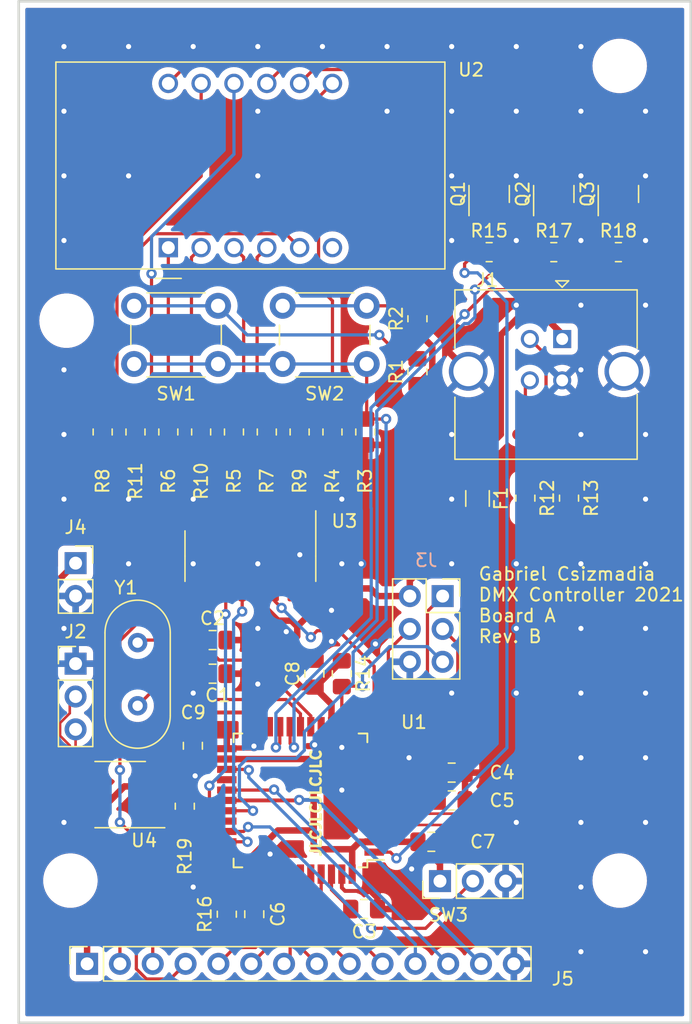
<source format=kicad_pcb>
(kicad_pcb (version 20210424) (generator pcbnew)
  (title_block (title "8 Channel DMX Controller Board 2") (rev "B") (comment 1 "Open source at GitHub: https://github.com/Gabriel-06/dmx-controller/") (comment 2 "Copyright 2021 Gabriel Csizmadia"))
  (layers (0 "F.Cu" signal) (31 "B.Cu" signal) (34 "B.Paste" user) (35 "F.Paste" user) (36 "B.SilkS" user "B.Silkscreen") (37 "F.SilkS" user "F.Silkscreen") (38 "B.Mask" user) (39 "F.Mask" user) (44 "Edge.Cuts" user))
  (net 0 "")
  (net 1 "Net-(C1-Pad1)")
  (net 2 "GND")
  (net 3 "Net-(C2-Pad1)")
  (net 4 "Net-(C3-Pad1)")
  (net 5 "Net-(C5-Pad1)")
  (net 6 "/XLR-")
  (net 7 "/XLR+")
  (net 8 "+5V")
  (net 9 "MISO")
  (net 10 "SCLK")
  (net 11 "RESET")
  (net 12 "A8")
  (net 13 "A0")
  (net 14 "A1")
  (net 15 "A2")
  (net 16 "A3")
  (net 17 "A4")
  (net 18 "A5")
  (net 19 "A6")
  (net 20 "A7")
  (net 21 "RCLK")
  (net 22 "MOSI")
  (net 23 "SRCLK")
  (net 24 "SER")
  (net 25 "Net-(F1-Pad1)")
  (net 26 "Net-(J1-Pad2)")
  (net 27 "A9")
  (net 28 "7SEG_B")
  (net 29 "Net-(J1-Pad3)")
  (net 30 "7SEG_D")
  (net 31 "Net-(R1-Pad2)")
  (net 32 "7SEG_F")
  (net 33 "Net-(R2-Pad2)")
  (net 34 "7SEG_DP")
  (net 35 "Net-(R4-Pad2)")
  (net 36 "7SEG_A")
  (net 37 "Net-(R5-Pad2)")
  (net 38 "7SEG_C")
  (net 39 "Net-(R6-Pad2)")
  (net 40 "7SEG_E")
  (net 41 "Net-(R7-Pad2)")
  (net 42 "7SEG_G")
  (net 43 "Net-(R8-Pad2)")
  (net 44 "Net-(R9-Pad2)")
  (net 45 "D+")
  (net 46 "D-")
  (net 47 "Net-(R10-Pad2)")
  (net 48 "Net-(R11-Pad2)")
  (net 49 "Net-(R16-Pad1)")
  (net 50 "CA3")
  (net 51 "Net-(SW3-Pad2)")
  (net 53 "CA2")
  (net 54 "CA1")
  (net 55 "Net-(U1-Pad12)")
  (net 57 "Net-(U1-Pad21)")
  (net 60 "Net-(Q1-Pad3)")
  (net 61 "Net-(Q2-Pad3)")
  (net 62 "Net-(Q3-Pad3)")
  (net 63 "Net-(Q1-Pad1)")
  (net 64 "Net-(Q2-Pad1)")
  (net 65 "Net-(Q3-Pad1)")
  (net 66 "Net-(R19-Pad1)")
  (footprint "MountingHole:MountingHole_3.2mm_M3" (layer "F.Cu") (at 210.5 129)
    (fp_text reference "H2" hide)
    (fp_text value "MountingHole")
  )
  (footprint "Package_TO_SOT_SMD:SOT-23" (layer "F.Cu") (at 205.4 138.9 90)
    (fp_text reference "Q2")
    (fp_text value "BC817")
  )
  (footprint "Capacitor_SMD:C_0805_2012Metric_Pad1.18x1.45mm_HandSolder" (layer "F.Cu") (at 186.875 176 90)
    (fp_text reference "C8")
    (fp_text value "100nF")
  )
  (footprint "Connector_PinSocket_2.54mm:PinSocket_1x14_P2.54mm_Vertical" (layer "F.Cu") (at 169.29 198.4375 90)
    (fp_text reference "J5")
    (fp_text value "Conn_01x14")
  )
  (footprint "Resistor_SMD:R_0805_2012Metric_Pad1.20x1.40mm_HandSolder" (layer "F.Cu") (at 189 176 -90)
    (fp_text reference "R14")
    (fp_text value "10k")
  )
  (footprint "Button_Switch_THT:SW_PUSH_6mm_H13mm" (layer "F.Cu") (at 190.925 152.05 180)
    (fp_text reference "SW2")
    (fp_text value "Down")
  )
  (footprint "Capacitor_SMD:C_0805_2012Metric_Pad1.18x1.45mm_HandSolder" (layer "F.Cu") (at 197.5 185.8)
    (fp_text reference "C5")
    (fp_text value "1uF")
  )
  (footprint "Connector_USB:USB_B_USB-B02" (layer "F.Cu") (at 206.05 150.1175)
    (fp_text reference "J1")
    (fp_text value "USB_B")
  )
  (footprint "Package_QFP:TQFP-44_10x10mm_P0.8mm" (layer "F.Cu") (at 185.8 185.8 180)
    (fp_text reference "U1")
    (fp_text value "ATmega32U4-A-Arduino")
  )
  (footprint "Capacitor_SMD:C_0805_2012Metric_Pad1.18x1.45mm_HandSolder" (layer "F.Cu") (at 182.225 194.6 -90)
    (fp_text reference "C6")
    (fp_text value "100nF")
  )
  (footprint "Package_SO:SOP-8_3.9x4.9mm_P1.27mm" (layer "F.Cu") (at 171.85 185.35 180)
    (fp_text reference "U4")
    (fp_text value "MAX485E")
  )
  (footprint "Resistor_SMD:R_0805_2012Metric_Pad1.20x1.40mm_HandSolder" (layer "F.Cu") (at 176.85 186.25 90)
    (fp_text reference "R19")
    (fp_text value "100")
  )
  (footprint "Display_7Segment:SP420401N" (layer "F.Cu") (at 175.575 143.05 90)
    (fp_text reference "U2")
    (fp_text value "SP420401N")
  )
  (footprint "Resistor_SMD:R_0805_2012Metric_Pad1.20x1.40mm_HandSolder" (layer "F.Cu") (at 173.035 157.306856 90)
    (fp_text reference "R11")
    (fp_text value "120")
  )
  (footprint "Resistor_SMD:R_0805_2012Metric_Pad1.20x1.40mm_HandSolder" (layer "F.Cu") (at 180.1 194.6 -90)
    (fp_text reference "R16")
    (fp_text value "10k")
  )
  (footprint "Resistor_SMD:R_0805_2012Metric_Pad1.20x1.40mm_HandSolder" (layer "F.Cu") (at 188.275 157.306856 90)
    (fp_text reference "R4")
    (fp_text value "120")
  )
  (footprint "Resistor_SMD:R_0805_2012Metric_Pad1.20x1.40mm_HandSolder" (layer "F.Cu") (at 194.85 152.65 90)
    (fp_text reference "R1")
    (fp_text value "9k")
  )
  (footprint "Resistor_SMD:R_0805_2012Metric_Pad1.20x1.40mm_HandSolder" (layer "F.Cu") (at 185.735 157.306856 90)
    (fp_text reference "R9")
    (fp_text value "120")
  )
  (footprint "Resistor_SMD:R_0805_2012Metric_Pad1.20x1.40mm_HandSolder" (layer "F.Cu") (at 180.655 157.306856 90)
    (fp_text reference "R5")
    (fp_text value "120")
  )
  (footprint "Resistor_SMD:R_0805_2012Metric_Pad1.20x1.40mm_HandSolder" (layer "F.Cu") (at 206.58 162.425 90)
    (fp_text reference "R13")
    (fp_text value "22")
  )
  (footprint "Capacitor_SMD:C_0805_2012Metric_Pad1.18x1.45mm_HandSolder" (layer "F.Cu") (at 179 173.4)
    (fp_text reference "C2")
    (fp_text value "22pf")
  )
  (footprint "MountingHole:MountingHole_3.2mm_M3" (layer "F.Cu") (at 210.5 192)
    (fp_text reference "H4" hide)
    (fp_text value "MountingHole")
  )
  (footprint "Package_TO_SOT_SMD:SOT-23" (layer "F.Cu") (at 200.4 138.9 90)
    (fp_text reference "Q1")
    (fp_text value "BC817")
  )
  (footprint "Resistor_SMD:R_0805_2012Metric_Pad1.20x1.40mm_HandSolder" (layer "F.Cu") (at 170.495 157.306856 90)
    (fp_text reference "R8")
    (fp_text value "120")
  )
  (footprint "Capacitor_SMD:C_0805_2012Metric_Pad1.18x1.45mm_HandSolder" (layer "F.Cu") (at 190.725 194.2)
    (fp_text reference "C3")
    (fp_text value "100nF")
  )
  (footprint "Resistor_SMD:R_0805_2012Metric_Pad1.20x1.40mm_HandSolder" (layer "F.Cu") (at 203.2 162.425 -90)
    (fp_text reference "R12")
    (fp_text value "22")
  )
  (footprint "Connector_PinSocket_2.54mm:PinSocket_1x02_P2.54mm_Vertical" (layer "F.Cu") (at 168.4 167.45)
    (fp_text reference "J4")
    (fp_text value "Battery")
  )
  (footprint "Crystal:Crystal_HC49-4H_Vertical" (layer "F.Cu") (at 173.2 178.48 90)
    (fp_text reference "Y1")
    (fp_text value "16MHz")
  )
  (footprint "MountingHole:MountingHole_3.2mm_M3" (layer "F.Cu") (at 168 192)
    (fp_text reference "H3" hide)
    (fp_text value "MountingHole")
  )
  (footprint "Resistor_SMD:R_0805_2012Metric_Pad1.20x1.40mm_HandSolder" (layer "F.Cu") (at 183.195 157.306856 90)
    (fp_text reference "R7")
    (fp_text value "120")
  )
  (footprint "Capacitor_SMD:C_0805_2012Metric_Pad1.18x1.45mm_HandSolder" (layer "F.Cu") (at 197.5 183.65)
    (fp_text reference "C4")
    (fp_text value "10uF")
  )
  (footprint "Capacitor_SMD:C_0805_2012Metric_Pad1.18x1.45mm_HandSolder" (layer "F.Cu") (at 179 176)
    (fp_text reference "C1")
    (fp_text value "22pf")
  )
  (footprint "Resistor_SMD:R_0805_2012Metric_Pad1.20x1.40mm_HandSolder" (layer "F.Cu") (at 178.115 157.306856 90)
    (fp_text reference "R10")
    (fp_text value "120")
  )
  (footprint "MountingHole:MountingHole_3.2mm_M3" (layer "F.Cu") (at 167.7 148.7)
    (fp_text reference "H1" hide)
    (fp_text value "MountingHole")
  )
  (footprint "Connector_PinHeader_2.54mm:PinHeader_1x03_P2.54mm_Vertical" (layer "F.Cu") (at 196.595 192.04 90)
    (fp_text reference "SW3")
    (fp_text value "Mode Switch")
  )
  (footprint "Resistor_SMD:R_0805_2012Metric_Pad1.20x1.40mm_HandSolder" (layer "F.Cu") (at 194.85 148.55 90)
    (fp_text reference "R2")
    (fp_text value "10k")
  )
  (footprint "Resistor_SMD:R_0805_2012Metric_Pad1.20x1.40mm_HandSolder" (layer "F.Cu") (at 205.4 143.4)
    (fp_text reference "R17")
    (fp_text value "4k")
  )
  (footprint "Resistor_SMD:R_0805_2012Metric_Pad1.20x1.40mm_HandSolder" (layer "F.Cu") (at 200.4 143.4)
    (fp_text reference "R15")
    (fp_text value "4k")
  )
  (footprint "Resistor_SMD:R_0805_2012Metric_Pad1.20x1.40mm_HandSolder" (layer "F.Cu") (at 210.4 143.4)
    (fp_text reference "R18")
    (fp_text value "4k")
  )
  (footprint "Connector_PinSocket_2.54mm:PinSocket_2x03_P2.54mm_Vertical" (layer "F.Cu") (at 196.8 170)
    (fp_text reference "J3")
    (fp_text value "ICSP")
  )
  (footprint "Button_Switch_THT:SW_PUSH_6mm_H13mm" (layer "F.Cu") (at 179.425 152.05 180)
    (fp_text reference "SW1")
    (fp_text value "Up")
  )
  (footprint "Resistor_SMD:R_0805_2012Metric_Pad1.20x1.40mm_HandSolder" (layer "F.Cu") (at 175.575 157.306856 90)
    (fp_text reference "R6")
    (fp_text value "120")
  )
  (footprint "Connector_PinHeader_2.54mm:PinHeader_1x03_P2.54mm_Vertical" (layer "F.Cu") (at 168.4 175.225)
    (fp_text reference "J2")
    (fp_text value "XLR5")
  )
  (footprint "Capacitor_SMD:C_0805_2012Metric_Pad1.18x1.45mm_HandSolder" (layer "F.Cu") (at 195.925 189)
    (fp_text reference "C7")
    (fp_text value "100nF")
  )
  (footprint "Fuse:Fuse_1206_3216Metric_Pad1.42x1.75mm_HandSolder" (layer "F.Cu") (at 199.5 162.45 -90)
    (fp_text reference "F1")
    (fp_text value "500mA")
  )
  (footprint "Package_SO:SOP-16_3.9x9.9mm_P1.27mm" (layer "F.Cu") (at 181.925 166.906856 -90)
    (fp_text reference "U3")
    (fp_text value "74HC595")
  )
  (footprint "Capacitor_SMD:C_0805_2012Metric_Pad1.18x1.45mm_HandSolder" (layer "F.Cu") (at 177.475 181.575 90)
    (fp_text reference "C9")
    (fp_text value "100nF")
  )
  (footprint "Package_TO_SOT_SMD:SOT-23" (layer "F.Cu") (at 210.4 138.9 90)
    (fp_text reference "Q3")
    (fp_text value "BC817")
  )
  (footprint "Resistor_SMD:R_0805_2012Metric_Pad1.20x1.40mm_HandSolder" (layer "F.Cu") (at 190.815 157.306856 -90)
    (fp_text reference "R3")
    (fp_text value "100k")
  )
  (gr_line (start 216 124) (end 216 203) (layer "Edge.Cuts") (width 0.2))
  (gr_line (start 216 203) (end 164 203) (layer "Edge.Cuts") (width 0.2))
  (gr_line (start 164 203) (end 164 124) (layer "Edge.Cuts") (width 0.2))
  (gr_line (start 164 124) (end 216 124) (layer "Edge.Cuts") (width 0.2))
  (gr_text "JLCJLCJLCJLC\n" (at 187 186 90) (layer "F.SilkS") (effects (font (size 0.8 0.8) (thickness 0.2))))
  (gr_text "Gabriel Csizmadia\nDMX Controller 2021\nBoard A\nRev. B" (at 199.491589 170.7) (layer "F.SilkS") (effects (font (size 1 1)) (justify left)))
  (segment (start 185.8 180.1) (end 185.8 179.1) (width 0.25) (layer "F.Cu") (net 1))
  (segment (start 184.7 178) (end 179.2375 178) (width 0.25) (layer "F.Cu") (net 1))
  (segment (start 175.68 176) (end 173.2 178.48) (width 0.25) (layer "F.Cu") (net 1))
  (segment (start 185.8 179.1) (end 184.7 178) (width 0.25) (layer "F.Cu") (net 1))
  (segment (start 177.9625 176.725) (end 177.9625 176) (width 0.25) (layer "F.Cu") (net 1))
  (segment (start 177.9625 176) (end 175.68 176) (width 0.25) (layer "F.Cu") (net 1))
  (segment (start 177.9625 176.03654) (end 177.9625 176.2) (width 0.25) (layer "F.Cu") (net 1))
  (segment (start 179.2375 178) (end 177.9625 176.725) (width 0.25) (layer "F.Cu") (net 1))
  (segment (start 186.7 181.7) (end 187.4 181) (width 0.3) (layer "F.Cu") (net 2))
  (segment (start 189 185.15) (end 189 185) (width 0.3) (layer "F.Cu") (net 2))
  (segment (start 191.5 186.6) (end 190.45 186.6) (width 0.3) (layer "F.Cu") (net 2))
  (segment (start 189.25 192.8) (end 191.1 192.8) (width 0.3) (layer "F.Cu") (net 2))
  (segment (start 174.475 185.985) (end 176.115 185.985) (width 0.3) (layer "F.Cu") (net 2))
  (segment (start 183.225978 189.95) (end 182.6 190.575978) (width 0.3) (layer "F.Cu") (net 2))
  (segment (start 191.7625 193.4625) (end 191.7625 194.2) (width 0.3) (layer "F.Cu") (net 2))
  (segment (start 182 181.8) (end 182.2 181.6) (width 0.3) (layer "F.Cu") (net 2))
  (segment (start 178.7375 181.8) (end 177.475 180.5375) (width 0.3) (layer "F.Cu") (net 2))
  (segment (start 186.875 174.825) (end 188.2 173.5) (width 0.3) (layer "F.Cu") (net 2))
  (segment (start 189 192.55) (end 189.25 192.8) (width 0.3) (layer "F.Cu") (net 2))
  (segment (start 190.45 186.6) (end 189 185.15) (width 0.3) (layer "F.Cu") (net 2))
  (segment (start 176.85 185.25) (end 176.85 184.7) (width 0.3) (layer "F.Cu") (net 2))
  (segment (start 187.4 181) (end 187.4 180.1) (width 0.3) (layer "F.Cu") (net 2))
  (segment (start 176.85 184.7) (end 177.65 183.9) (width 0.3) (layer "F.Cu") (net 2))
  (segment (start 176.115 185.985) (end 176.85 185.25) (width 0.3) (layer "F.Cu") (net 2))
  (segment (start 180.1 181.8) (end 182 181.8) (width 0.3) (layer "F.Cu") (net 2))
  (segment (start 183.45 189.95) (end 183.225978 189.95) (width 0.3) (layer "F.Cu") (net 2))
  (segment (start 180.1 181.8) (end 178.7375 181.8) (width 0.3) (layer "F.Cu") (net 2))
  (segment (start 189 191.5) (end 189 192.55) (width 0.3) (layer "F.Cu") (net 2))
  (segment (start 186.875 174.9625) (end 186.875 174.825) (width 0.3) (layer "F.Cu") (net 2))
  (segment (start 182.6 190.575978) (end 182.6 191.5) (width 0.3) (layer "F.Cu") (net 2))
  (segment (start 191.1 192.8) (end 191.7625 193.4625) (width 0.3) (layer "F.Cu") (net 2))
  (via (at 212.5 177.5) (size 0.8) (drill 0.4) (layers "F.Cu" "B.Cu") (net 2))
  (via (at 186.9 181.5) (size 0.8) (drill 0.4) (layers "F.Cu" "B.Cu") (net 2))
  (via (at 207.5 182.5) (size 0.8) (drill 0.4) (layers "F.Cu" "B.Cu") (net 2))
  (via (at 185.75 166.8) (size 0.8) (drill 0.4) (layers "F.Cu" "B.Cu") (net 2))
  (via (at 202.5 187.5) (size 0.8) (drill 0.4) (layers "F.Cu" "B.Cu") (net 2))
  (via (at 189 181.7) (size 0.8) (drill 0.4) (layers "F.Cu" "B.Cu") (net 2))
  (via (at 212.5 132.5) (size 0.8) (drill 0.4) (layers "F.Cu" "B.Cu") (net 2))
  (via (at 207.5 177.5) (size 0.8) (drill 0.4) (layers "F.Cu" "B.Cu") (net 2))
  (via (at 190.5 167.5) (size 0.8) (drill 0.4) (layers "F.Cu" "B.Cu") (net 2))
  (via (at 172.5 162.5) (size 0.8) (drill 0.4) (layers "F.Cu" "B.Cu") (net 2))
  (via (at 172.5 137.5) (size 0.8) (drill 0.4) (layers "F.Cu" "B.Cu") (net 2))
  (via (at 197.5 127.5) (size 0.8) (drill 0.4) (layers "F.Cu" "B.Cu") (net 2))
  (via (at 189 185) (size 0.8) (drill 0.4) (layers "F.Cu" "B.Cu") (net 2))
  (via (at 207.5 157.5) (size 0.8) (drill 0.4) (layers "F.Cu" "B.Cu") (net 2))
  (via (at 182.5 137.5) (size 0.8) (drill 0.4) (layers "F.Cu" "B.Cu") (net 2))
  (via (at 197.5 177.5) (size 0.8) (drill 0.4) (layers "F.Cu" "B.Cu") (net 2))
  (via (at 207.5 187.5) (size 0.8) (drill 0.4) (layers "F.Cu" "B.Cu") (net 2))
  (via (at 197.5 132.5) (size 0.8) (drill 0.4) (layers "F.Cu" "B.Cu") (net 2))
  (via (at 197.5 142.5) (size 0.8) (drill 0.4) (layers "F.Cu" "B.Cu") (net 2))
  (via (at 182.2 181.6) (size 0.8) (drill 0.4) (layers "F.Cu" "B.Cu") (net 2))
  (via (at 192.5 132.5) (size 0.8) (drill 0.4) (layers "F.Cu" "B.Cu") (net 2))
  (via (at 212.5 187.5) (size 0.8) (drill 0.4) (layers "F.Cu" "B.Cu") (net 2))
  (via (at 172.5 167.5) (size 0.8) (drill 0.4) (layers "F.Cu" "B.Cu") (net 2))
  (via (at 197.5 157.5) (size 0.8) (drill 0.4) (layers "F.Cu" "B.Cu") (net 2))
  (via (at 167.5 127.5) (size 0.8) (drill 0.4) (layers "F.Cu" "B.Cu") (net 2))
  (via (at 182.5 167.5) (size 0.8) (drill 0.4) (layers "F.Cu" "B.Cu") (net 2))
  (via (at 212.5 162.5) (size 0.8) (drill 0.4) (layers "F.Cu" "B.Cu") (net 2))
  (via (at 207.5 127.5) (size 0.8) (drill 0.4) (layers "F.Cu" "B.Cu") (net 2))
  (via (at 197.5 137.5) (size 0.8) (drill 0.4) (layers "F.Cu" "B.Cu") (net 2))
  (via (at 177.5 162.5) (size 0.8) (drill 0.4) (layers "F.Cu" "B.Cu") (net 2))
  (via (at 177.65 183.9) (size 0.8) (drill 0.4) (layers "F.Cu" "B.Cu") (net 2))
  (via (at 187.5 127.5) (size 0.8) (drill 0.4) (layers "F.Cu" "B.Cu") (net 2))
  (via (at 202.5 167.5) (size 0.8) (drill 0.4) (layers "F.Cu" "B.Cu") (net 2))
  (via (at 167.5 142.5) (size 0.8) (drill 0.4) (layers "F.Cu" "B.Cu") (net 2))
  (via (at 212.5 147.5) (size 0.8) (drill 0.4) (layers "F.Cu" "B.Cu") (net 2))
  (via (at 172.5 127.5) (size 0.8) (drill 0.4) (layers "F.Cu" "B.Cu") (net 2))
  (via (at 207.5 142.5) (size 0.8) (drill 0.4) (layers "F.Cu" "B.Cu") (net 2))
  (via (at 183.45 189.95) (size 0.8) (drill 0.4) (layers "F.Cu" "B.Cu") (net 2))
  (via (at 202.5 147.5) (size 0.8) (drill 0.4) (layers "F.Cu" "B.Cu") (net 2))
  (via (at 202.5 177.5) (size 0.8) (drill 0.4) (layers "F.Cu" "B.Cu") (net 2))
  (via (at 167.5 137.5) (size 0.8) (drill 0.4) (layers "F.Cu" "B.Cu") (net 2))
  (via (at 191.6 173.7) (size 0.8) (drill 0.4) (layers "F.Cu" "B.Cu") (net 2))
  (via (at 202.5 132.5) (size 0.8) (drill 0.4) (layers "F.Cu" "B.Cu") (net 2))
  (via (at 167.5 157.5) (size 0.8) (drill 0.4) (layers "F.Cu" "B.Cu") (net 2))
  (via (at 212.5 182.5) (size 0.8) (drill 0.4) (layers "F.Cu" "B.Cu") (net 2))
  (via (at 207.5 132.5) (size 0.8) (drill 0.4) (layers "F.Cu" "B.Cu") (net 2))
  (via (at 212.5 197.5) (size 0.8) (drill 0.4) (layers "F.Cu" "B.Cu") (net 2))
  (via (at 207.5 167.5) (size 0.8) (drill 0.4) (layers "F.Cu" "B.Cu") (net 2))
  (via (at 189 162.5) (size 0.8) (drill 0.4) (layers "F.Cu" "B.Cu") (net 2))
  (via (at 167.5 172.5) (size 0.8) (drill 0.4) (layers "F.Cu" "B.Cu") (net 2))
  (via (at 207.5 152.5) (size 0.8) (drill 0.4) (layers "F.Cu" "B.Cu") (net 2))
  (via (at 167.5 162.5) (size 0.8) (drill 0.4) (layers "F.Cu" "B.Cu") (net 2))
  (via (at 177.5 127.5) (size 0.8) (drill 0.4) (layers "F.Cu" "B.Cu") (net 2))
  (via (at 182.5 132.5) (size 0.8) (drill 0.4) (layers "F.Cu" "B.Cu") (net 2))
  (via (at 207.5 137.5) (size 0.8) (drill 0.4) (layers "F.Cu" "B.Cu") (net 2))
  (via (at 189 167.5) (size 0.8) (drill 0.4) (layers "F.Cu" "B.Cu") (net 2))
  (via (at 202.5 172.5) (size 0.8) (drill 0.4) (layers "F.Cu" "B.Cu") (net 2))
  (via (at 212.5 157.5) (size 0.8) (drill 0.4) (layers "F.Cu" "B.Cu") (net 2))
  (via (at 192.5 127.5) (size 0.8) (drill 0.4) (layers "F.Cu" "B.Cu") (net 2))
  (via (at 202.5 137.5) (size 0.8) (drill 0.4) (layers "F.Cu" "B.Cu") (net 2))
  (via (at 177.5 192.5) (size 0.8) (drill 0.4) (layers "F.Cu" "B.Cu") (net 2))
  (via (at 212.5 167.5) (size 0.8) (drill 0.4) (layers "F.Cu" "B.Cu") (net 2))
  (via (at 212.5 142.5) (size 0.8) (drill 0.4) (layers "F.Cu" "B.Cu") (net 2))
  (via (at 207.5 147.5) (size 0.8) (drill 0.4) (layers "F.Cu" "B.Cu") (net 2))
  (via (at 188.2 171.1) (size 0.8) (drill 0.4) (layers "F.Cu" "B.Cu") (net 2))
  (via (at 177.5 167.5) (size 0.8) (drill 0.4) (layers "F.Cu" "B.Cu") (net 2))
  (via (at 207.5 192.5) (size 0.8) (drill 0.4) (layers "F.Cu" "B.Cu") (net 2))
  (via (at 212.5 137.5) (size 0.8) (drill 0.4) (layers "F.Cu" "B.Cu") (net 2))
  (via (at 207.5 197.5) (size 0.8) (drill 0.4) (layers "F.Cu" "B.Cu") (net 2))
  (via (at 197.5 167.5) (size 0.8) (drill 0.4) (layers "F.Cu" "B.Cu") (net 2))
  (via (at 182.5 127.5) (size 0.8) (drill 0.4) (layers "F.Cu" "B.Cu") (net 2))
  (via (at 197.5 162.5) (size 0.8) (drill 0.4) (layers "F.Cu" "B.Cu") (net 2))
  (via (at 194.4 191.1) (size 0.8) (drill 0.4) (layers "F.Cu" "B.Cu") (net 2))
  (via (at 202.5 127.5) (size 0.8) (drill 0.4) (layers "F.Cu" "B.Cu") (net 2))
  (via (at 194.2 182.5) (size 0.8) (drill 0.4) (layers "F.Cu" "B.Cu") (net 2))
  (via (at 182.5 172.5) (size 0.8) (drill 0.4) (layers "F.Cu" "B.Cu") (net 2))
  (via (at 212.5 172.5) (size 0.8) (drill 0.4) (layers "F.Cu" "B.Cu") (net 2))
  (via (at 177.5 177.5) (size 0.8) (drill 0.4) (layers "F.Cu" "B.Cu") (net 2))
  (via (at 184.7 172.75) (size 0.8) (drill 0.4) (layers "F.Cu" "B.Cu") (net 2))
  (via (at 202.5 142.5) (size 0.8) (drill 0.4) (layers "F.Cu" "B.Cu") (net 2))
  (via (at 167.5 152.5) (size 0.8) (drill 0.4) (layers "F.Cu" "B.Cu") (net 2))
  (via (at 188.2 173.5) (size 0.8) (drill 0.4) (layers "F.Cu" "B.Cu") (net 2))
  (via (at 167.5 132.5) (size 0.8) (drill 0.4) (layers "F.Cu" "B.Cu") (net 2))
  (via (at 167.5 187.5) (size 0.8) (drill 0.4) (layers "F.Cu" "B.Cu") (net 2))
  (via (at 207.5 172.5) (size 0.8) (drill 0.4) (layers "F.Cu" "B.Cu") (net 2))
  (via (at 182.5 176.8) (size 0.8) (drill 0.4) (layers "F.Cu" "B.Cu") (net 2))
  (segment (start 177.9625 173.4) (end 179.51298 174.95048) (width 0.25) (layer "F.Cu") (net 3))
  (segment (start 173.4 173.4) (end 173.2 173.6) (width 0.25) (layer "F.Cu") (net 3))
  (segment (start 179.51298 174.95048) (end 182.286198 174.95048) (width 0.25) (layer "F.Cu") (net 3))
  (segment (start 182.286198 174.95048) (end 186.6 179.264282) (width 0.25) (layer "F.Cu") (net 3))
  (segment (start 177.9625 173.4) (end 173.4 173.4) (width 0.25) (layer "F.Cu") (net 3))
  (segment (start 186.6 179.264282) (end 186.6 180.1) (width 0.25) (layer "F.Cu") (net 3))
  (segment (start 188.2 192.7125) (end 189.6875 194.2) (width 0.25) (layer "F.Cu") (net 4))
  (segment (start 188.2 191.5) (end 188.2 192.7125) (width 0.25) (layer "F.Cu") (net 4))
  (segment (start 191.5 185.8) (end 196.4625 185.8) (width 0.25) (layer "F.Cu") (net 5))
  (segment (start 167.200489 179.808145) (end 167.95 179.058634) (width 0.2) (layer "F.Cu") (net 6))
  (segment (start 169.225 185.985) (end 168.60452 185.36452) (width 0.2) (layer "F.Cu") (net 6))
  (segment (start 168.05048 184.81048) (end 167.650489 184.410489) (width 0.2) (layer "F.Cu") (net 6))
  (segment (start 167.95 179.058634) (end 167.95 178.215) (width 0.2) (layer "F.Cu") (net 6))
  (segment (start 168.60452 185.36452) (end 168.33602 185.36452) (width 0.2) (layer "F.Cu") (net 6))
  (segment (start 168.05048 185.07898) (end 168.05048 184.81048) (width 0.2) (layer "F.Cu") (net 6))
  (segment (start 167.95 182.615828) (end 167.95 181.551366) (width 0.2) (layer "F.Cu") (net 6))
  (segment (start 168.33602 185.36452) (end 168.05048 185.07898) (width 0.2) (layer "F.Cu") (net 6))
  (segment (start 167.95 178.215) (end 168.4 177.765) (width 0.2) (layer "F.Cu") (net 6))
  (segment (start 167.650489 184.410489) (end 167.650489 182.915339) (width 0.2) (layer "F.Cu") (net 6))
  (segment (start 167.200489 180.801855) (end 167.200489 179.808145) (width 0.2) (layer "F.Cu") (net 6))
  (segment (start 167.650489 182.915339) (end 167.95 182.615828) (width 0.2) (layer "F.Cu") (net 6))
  (segment (start 167.95 181.551366) (end 167.200489 180.801855) (width 0.2) (layer "F.Cu") (net 6))
  (segment (start 168.356732 182.84548) (end 168.4 182.84548) (width 0.2) (layer "F.Cu") (net 7))
  (segment (start 169.225 184.715) (end 168.591397 184.715) (width 0.2) (layer "F.Cu") (net 7))
  (segment (start 168.10048 183.101732) (end 168.356732 182.84548) (width 0.2) (layer "F.Cu") (net 7))
  (segment (start 168.591397 184.715) (end 168.10048 184.224083) (width 0.2) (layer "F.Cu") (net 7))
  (segment (start 168.10048 184.224083) (end 168.10048 183.101732) (width 0.2) (layer "F.Cu") (net 7))
  (segment (start 168.4 182.84548) (end 168.4 180.305) (width 0.2) (layer "F.Cu") (net 7))
  (segment (start 188.2 181.401391) (end 188.2 180.1) (width 0.5) (layer "F.Cu") (net 8))
  (segment (start 181.8 190.375978) (end 184.051956 188.124022) (width 0.5) (layer "F.Cu") (net 8))
  (segment (start 196.595 192.04) (end 196.595 190.7075) (width 0.5) (layer "F.Cu") (net 8))
  (segment (start 187.001391 182.6) (end 188.2 181.401391) (width 0.5) (layer "F.Cu") (net 8))
  (segment (start 186.875 177.0375) (end 185.8625 177.0375) (width 0.5) (layer "F.Cu") (net 8))
  (segment (start 186.9625 177.0375) (end 189 175) (width 0.5) (layer "F.Cu") (net 8))
  (segment (start 195.99952 150.69952) (end 194.85 149.55) (width 0.5) (layer "F.Cu") (net 8))
  (segment (start 185.8625 177.0375) (end 185.075 176.25) (width 0.5) (layer "F.Cu") (net 8))
  (segment (start 185.075 176.25) (end 185.075 173.576391) (width 0.5) (layer "F.Cu") (net 8))
  (segment (start 186.824022 189.500978) (end 186.899022 189.575978) (width 0.5) (layer "F.Cu") (net 8))
  (segment (start 190.375978 189) (end 191.5 189) (width 0.5) (layer "F.Cu") (net 8))
  (segment (start 170.3 188.4) (end 170.3 188.33) (width 0.5) (layer "F.Cu") (net 8))
  (segment (start 172 194) (end 172 190.1) (width 0.5) (layer "F.Cu") (net 8))
  (segment (start 181.8 193.1375) (end 182.225 193.5625) (width 0.5) (layer "F.Cu") (net 8))
  (segment (start 186.37 169.406856) (end 191.206856 169.406856) (width 0.5) (layer "F.Cu") (net 8))
  (segment (start 174.475 184.715) (end 172.17492 184.715) (width 0.5) (layer "F.Cu") (net 8))
  (segment (start 172 190.1) (end 170.3 188.4) (width 0.5) (layer "F.Cu") (net 8))
  (segment (start 170.3 188.33) (end 169.225 187.255) (width 0.5) (layer "F.Cu") (net 8))
  (segment (start 196.4625 183.65) (end 199.5 180.6125) (width 0.5) (layer "F.Cu") (net 8))
  (segment (start 186.899022 189.575978) (end 189.8 189.575978) (width 0.5) (layer "F.Cu") (net 8))
  (segment (start 184.051956 188.124022) (end 186.824022 188.124022) (width 0.5) (layer "F.Cu") (net 8))
  (segment (start 199.5 163.9375) (end 194.9625 163.9375) (width 0.5) (layer "F.Cu") (net 8))
  (segment (start 174.475 184.715) (end 175.3725 184.715) (width 0.5) (layer "F.Cu") (net 8))
  (segment (start 186.824022 182.6) (end 186.824022 188.124022) (width 0.5) (layer "F.Cu") (net 8))
  (segment (start 168.81508 187.255) (end 169.225 187.255) (width 0.5) (layer "F.Cu") (net 8))
  (segment (start 186.824022 182.6) (end 187.001391 182.6) (width 0.5) (layer "F.Cu") (net 8))
  (segment (start 195.99952 152.50048) (end 195.99952 150.69952) (width 0.5) (layer "F.Cu") (net 8))
  (segment (start 182.56 170.406856) (end 184.053633 171.900489) (width 0.5) (layer "F.Cu") (net 8))
  (segment (start 166.650489 169.199511) (end 166.650489 185.090409) (width 0.5) (layer "F.Cu") (net 8))
  (segment (start 185.099511 171.900489) (end 185.549511 172.350489) (width 0.5) (layer "F.Cu") (net 8))
  (segment (start 191.5 185) (end 195.1125 185) (width 0.5) (layer "F.Cu") (net 8))
  (segment (start 172.17492 184.715) (end 169.63492 187.255) (width 0.5) (layer "F.Cu") (net 8))
  (segment (start 168.4 167.45) (end 166.650489 169.199511) (width 0.5) (layer "F.Cu") (net 8))
  (segment (start 169.29 198.4375) (end 169.29 196.71) (width 0.5) (layer "F.Cu") (net 8))
  (segment (start 185.075 173.576391) (end 185.549511 173.10188) (width 0.5) (layer "F.Cu") (net 8))
  (segment (start 194.85 164.05) (end 194.85 168.2075) (width 0.5) (layer "F.Cu") (net 8))
  (segment (start 191.206856 169.406856) (end 191.8 170) (width 0.5) (layer "F.Cu") (net 8))
  (segment (start 186.37 171.53) (end 186.37 169.406856) (width 0.5) (layer "F.Cu") (net 8))
  (segment (start 186.824022 182.6) (end 180.1 182.6) (width 0.5) (layer "F.Cu") (net 8))
  (segment (start 185.549511 173.10188) (end 185.549511 172.350489) (width 0.5) (layer "F.Cu") (net 8))
  (segment (start 196.595 190.7075) (end 194.8875 189) (width 0.5) (layer "F.Cu") (net 8))
  (segment (start 186.824022 188.124022) (end 186.824022 189.500978) (width 0.5) (layer "F.Cu") (net 8))
  (segment (start 194.26 170) (end 194.26 168.7975) (width 0.5) (layer "F.Cu") (net 8))
  (segment (start 177.4875 182.6) (end 177.475 182.6125) (width 0.5) (layer "F.Cu") (net 8))
  (segment (start 185.549511 172.350489) (end 186.37 171.53) (width 0.5) (layer "F.Cu") (net 8))
  (segment (start 169.63492 187.255) (end 169.225 187.255) (width 0.5) (layer "F.Cu") (net 8))
  (segment (start 188.2 180.1) (end 188.2 178.3625) (width 0.5) (layer "F.Cu") (net 8))
  (segment (start 166.650489 185.090409) (end 168.81508 187.255) (width 0.5) (layer "F.Cu") (net 8))
  (segment (start 191.5 189) (end 194.8875 189) (width 0.5) (layer "F.Cu") (net 8))
  (segment (start 194.26 168.7975) (end 194.85 168.2075) (width 0.5) (layer "F.Cu") (net 8))
  (segment (start 199.5 180.6125) (end 199.5 163.9375) (width 0.5) (layer "F.Cu") (net 8))
  (segment (start 194.9625 163.9375) (end 194.85 164.05) (width 0.5) (layer "F.Cu") (net 8))
  (segment (start 182.56 169.406856) (end 182.56 170.406856) (width 0.5) (layer "F.Cu") (net 8))
  (segment (start 186.875 177.0375) (end 186.9625 177.0375) (width 0.5) (layer "F.Cu") (net 8))
  (segment (start 191.8 170) (end 194.26 170) (width 0.5) (layer "F.Cu") (net 8))
  (segment (start 195.1125 185) (end 196.4625 183.65) (width 0.5) (layer "F.Cu") (net 8))
  (segment (start 189.8 191.5) (end 189.8 189.575978) (width 0.5) (layer "F.Cu") (net 8))
  (segment (start 194.85 153.65) (end 194.85 164.05) (width 0.5) (layer "F.Cu") (net 8))
  (segment (start 181.8 191.5) (end 181.8 193.1375) (width 0.5) (layer "F.Cu") (net 8))
  (segment (start 194.85 153.65) (end 195.99952 152.50048) (width 0.5) (layer "F.Cu") (net 8))
  (segment (start 169.29 196.71) (end 172 194) (width 0.5) (layer "F.Cu") (net 8))
  (segment (start 188.2 178.3625) (end 186.875 177.0375) (width 0.5) (layer "F.Cu") (net 8))
  (segment (start 175.3725 184.715) (end 177.475 182.6125) (width 0.5) (layer "F.Cu") (net 8))
  (segment (start 189.8 189.575978) (end 190.375978 189) (width 0.5) (layer "F.Cu") (net 8))
  (segment (start 180.1 182.6) (end 177.4875 182.6) (width 0.5) (layer "F.Cu") (net 8))
  (segment (start 184.053633 171.900489) (end 185.099511 171.900489) (width 0.5) (layer "F.Cu") (net 8))
  (segment (start 181.8 191.5) (end 181.8 190.375978) (width 0.5) (layer "F.Cu") (net 8))
  (segment (start 191.5 181.8) (end 191.5 180.6625) (width 0.25) (layer "F.Cu") (net 9))
  (segment (start 191.5 180.6625) (end 194.21 177.9525) (width 0.25) (layer "F.Cu") (net 9))
  (segment (start 195.625489 171.174511) (end 195.625489 176.537011) (width 0.25) (layer "F.Cu") (net 9))
  (segment (start 196.8 170) (end 195.625489 171.174511) (width 0.25) (layer "F.Cu") (net 9))
  (segment (start 195.625489 176.537011) (end 194.21 177.9525) (width 0.25) (layer "F.Cu") (net 9))
  (segment (start 196.8 172.54) (end 197.974511 173.714511) (width 0.25) (layer "F.Cu") (net 10))
  (segment (start 197.974511 176.000875) (end 193 180.975386) (width 0.25) (layer "F.Cu") (net 10))
  (segment (start 193 180.975386) (end 193 182.6625) (width 0.25) (layer "F.Cu") (net 10))
  (segment (start 193 182.6625) (end 192.2625 183.4) (width 0.25) (layer "F.Cu") (net 10))
  (segment (start 197.974511 173.714511) (end 197.974511 176.000875) (width 0.25) (layer "F.Cu") (net 10))
  (segment (start 192.2625 183.4) (end 191.5 183.4) (width 0.25) (layer "F.Cu") (net 10))
  (segment (start 189 177) (end 189 180.1) (width 0.25) (layer "F.Cu") (net 11))
  (segment (start 189.0375 176.9625) (end 189 177) (width 0.25) (layer "F.Cu") (net 11))
  (segment (start 190.6 176.9625) (end 189.0375 176.9625) (width 0.25) (layer "F.Cu") (net 11))
  (via (at 190.6 176.9625) (size 0.8) (drill 0.4) (layers "F.Cu" "B.Cu") (net 11))
  (segment (start 196.8 175.08) (end 195.625489 173.905489) (width 0.25) (layer "B.Cu") (net 11))
  (segment (start 190.6 176) (end 190.6 176.9625) (width 0.25) (layer "B.Cu") (net 11))
  (segment (start 195.625489 173.905489) (end 192.694511 173.905489) (width 0.25) (layer "B.Cu") (net 11))
  (segment (start 192.694511 173.905489) (end 190.6 176) (width 0.25) (layer "B.Cu") (net 11))
  (segment (start 180.1 185.8) (end 181.6375 185.8) (width 0.3) (layer "F.Cu") (net 12))
  (segment (start 185.6625 185.8) (end 185.7 185.7625) (width 0.3) (layer "F.Cu") (net 12))
  (segment (start 181.6375 185.8) (end 185.6625 185.8) (width 0.3) (layer "F.Cu") (net 12))
  (via (at 185.7 185.7625) (size 0.8) (drill 0.4) (layers "F.Cu" "B.Cu") (net 12))
  (segment (start 187.095 185.7625) (end 199.77 198.4375) (width 0.3) (layer "B.Cu") (net 12))
  (segment (start 185.7 185.7625) (end 187.095 185.7625) (width 0.3) (layer "B.Cu") (net 12))
  (segment (start 180.7125 197.175) (end 179.45 198.4375) (width 0.25) (layer "F.Cu") (net 13))
  (segment (start 182.319566 197.175) (end 180.7125 197.175) (width 0.25) (layer "F.Cu") (net 13))
  (segment (start 183.4 196.094566) (end 182.319566 197.175) (width 0.25) (layer "F.Cu") (net 13))
  (segment (start 183.4 191.5) (end 183.4 196.094566) (width 0.25) (layer "F.Cu") (net 13))
  (segment (start 181.99 198.4375) (end 184.2 196.2275) (width 0.25) (layer "F.Cu") (net 14))
  (segment (start 184.2 196.2275) (end 184.2 191.5) (width 0.25) (layer "F.Cu") (net 14))
  (segment (start 184.53 198.4375) (end 185 197.9675) (width 0.25) (layer "F.Cu") (net 15))
  (segment (start 185 197.9675) (end 185 191.5) (width 0.25) (layer "F.Cu") (net 15))
  (segment (start 187.07 198.4375) (end 185.8 197.1675) (width 0.25) (layer "F.Cu") (net 16))
  (segment (start 185.8 197.1675) (end 185.8 191.5) (width 0.25) (layer "F.Cu") (net 16))
  (segment (start 186.6 195.4275) (end 186.6 191.5) (width 0.25) (layer "F.Cu") (net 17))
  (segment (start 189.61 198.4375) (end 186.6 195.4275) (width 0.25) (layer "F.Cu") (net 17))
  (segment (start 192.15 198.4375) (end 187.4 193.6875) (width 0.25) (layer "F.Cu") (net 18))
  (segment (start 187.4 193.6875) (end 187.4 191.5) (width 0.25) (layer "F.Cu") (net 18))
  (segment (start 180.1 183.4) (end 181.7505 183.4) (width 0.25) (layer "F.Cu") (net 19))
  (segment (start 181.7505 183.4) (end 181.8 183.4495) (width 0.25) (layer "F.Cu") (net 19))
  (via (at 181.8 183.4495) (size 0.8) (drill 0.4) (layers "F.Cu" "B.Cu") (net 19))
  (segment (start 194.69 196.922114) (end 194.69 198.4375) (width 0.25) (layer "B.Cu") (net 19))
  (segment (start 181.8 184.032114) (end 194.69 196.922114) (width 0.25) (layer "B.Cu") (net 19))
  (segment (start 181.8 183.4495) (end 181.8 184.032114) (width 0.25) (layer "B.Cu") (net 19))
  (segment (start 180.1 185) (end 183.7175 185) (width 0.25) (layer "F.Cu") (net 20))
  (segment (start 183.7175 185) (end 183.755 184.9625) (width 0.25) (layer "F.Cu") (net 20))
  (via (at 183.755 184.9625) (size 0.8) (drill 0.4) (layers "F.Cu" "B.Cu") (net 20))
  (segment (start 183.755 184.9625) (end 197.23 198.4375) (width 0.25) (layer "B.Cu") (net 20))
  (segment (start 181.29 169.406856) (end 181.29 171.19) (width 0.25) (layer "F.Cu") (net 21))
  (segment (start 174.37 193.73) (end 179.1 189) (width 0.25) (layer "F.Cu") (net 21))
  (segment (start 181.7 189) (end 180.1 189) (width 0.25) (layer "F.Cu") (net 21))
  (segment (start 174.37 198.4375) (end 174.37 193.73) (width 0.25) (layer "F.Cu") (net 21))
  (segment (start 179.1 189) (end 180.1 189) (width 0.25) (layer "F.Cu") (net 21))
  (via (at 181.29 171.19) (size 0.8) (drill 0.4) (layers "F.Cu" "B.Cu") (net 21))
  (via (at 181.7 189) (size 0.8) (drill 0.4) (layers "F.Cu" "B.Cu") (net 21))
  (segment (start 181.7 189) (end 180.625969 187.925969) (width 0.25) (layer "B.Cu") (net 21))
  (segment (start 180.625969 171.854031) (end 181.29 171.19) (width 0.25) (layer "B.Cu") (net 21))
  (segment (start 180.625969 187.925969) (end 180.625969 171.854031) (width 0.25) (layer "B.Cu") (net 21))
  (segment (start 192.6 174.2) (end 194.26 172.54) (width 0.25) (layer "F.Cu") (net 22))
  (segment (start 191.5 182.6) (end 190.625978 182.6) (width 0.25) (layer "F.Cu") (net 22))
  (segment (start 190.399511 182.373533) (end 190.399511 180.762989) (width 0.25) (layer "F.Cu") (net 22))
  (segment (start 190.625978 182.6) (end 190.399511 182.373533) (width 0.25) (layer "F.Cu") (net 22))
  (segment (start 192.6 178.5625) (end 192.6 174.2) (width 0.25) (layer "F.Cu") (net 22))
  (segment (start 190.399511 180.762989) (end 192.6 178.5625) (width 0.25) (layer "F.Cu") (net 22))
  (segment (start 176.91 198.4375) (end 175.735489 199.612011) (width 0.25) (layer "F.Cu") (net 23))
  (segment (start 175.735489 199.612011) (end 173.883501 199.612011) (width 0.25) (layer "F.Cu") (net 23))
  (segment (start 179.215836 184.2) (end 178.753816 184.66202) (width 0.25) (layer "F.Cu") (net 23))
  (segment (start 173.1 198.82851) (end 173.1 192.8) (width 0.25) (layer "F.Cu") (net 23))
  (segment (start 178.753816 184.66202) (end 178.753816 186.96575) (width 0.25) (layer "F.Cu") (net 23))
  (segment (start 173.883501 199.612011) (end 173.1 198.82851) (width 0.25) (layer "F.Cu") (net 23))
  (segment (start 178.753816 186.96575) (end 173.1 192.619566) (width 0.25) (layer "F.Cu") (net 23))
  (segment (start 180.1 184.2) (end 179.215836 184.2) (width 0.25) (layer "F.Cu") (net 23))
  (segment (start 180.02 171.38) (end 180 171.4) (width 0.25) (layer "F.Cu") (net 23))
  (segment (start 180.02 169.406856) (end 180.02 171.38) (width 0.25) (layer "F.Cu") (net 23))
  (segment (start 173.1 192.619566) (end 173.1 192.8) (width 0.25) (layer "F.Cu") (net 23))
  (via (at 178.753816 184.66202) (size 0.8) (drill 0.4) (layers "F.Cu" "B.Cu") (net 23))
  (via (at 180 171.4) (size 0.8) (drill 0.4) (layers "F.Cu" "B.Cu") (net 23))
  (segment (start 180 183.415836) (end 178.753816 184.66202) (width 0.25) (layer "B.Cu") (net 23))
  (segment (start 180 171.4) (end 180 183.415836) (width 0.25) (layer "B.Cu") (net 23))
  (segment (start 172.65048 188.31548) (end 172.65048 195.3) (width 0.25) (layer "F.Cu") (net 24))
  (segment (start 175.873555 169.406856) (end 177.48 169.406856) (width 0.25) (layer "F.Cu") (net 24))
  (segment (start 171.83 183.445) (end 171.83 173.450411) (width 0.25) (layer "F.Cu") (net 24))
  (segment (start 172.65048 195.3) (end 171.83 196.12048) (width 0.25) (layer "F.Cu") (net 24))
  (segment (start 171.83 196.12048) (end 171.83 198.4375) (width 0.25) (layer "F.Cu") (net 24))
  (segment (start 171.83 173.450411) (end 175.873555 169.406856) (width 0.25) (layer "F.Cu") (net 24))
  (segment (start 171.83 187.495) (end 172.65048 188.31548) (width 0.25) (layer "F.Cu") (net 24))
  (via (at 171.83 183.445) (size 0.8) (drill 0.4) (layers "F.Cu" "B.Cu") (net 24))
  (via (at 171.83 187.495) (size 0.8) (drill 0.4) (layers "F.Cu" "B.Cu") (net 24))
  (segment (start 171.83 187.495) (end 171.83 183.445) (width 0.25) (layer "B.Cu") (net 24))
  (segment (start 199.5 160.9625) (end 199.5 159.3) (width 0.5) (layer "F.Cu") (net 25))
  (segment (start 199.5 159.3) (end 201.3 157.5) (width 0.5) (layer "F.Cu") (net 25))
  (segment (start 201.3 149.8) (end 202.6 148.5) (width 0.5) (layer "F.Cu") (net 25))
  (segment (start 201.3 157.5) (end 201.3 149.8) (width 0.5) (layer "F.Cu") (net 25))
  (segment (start 206.05 149.75) (end 206.05 150.1175) (width 0.5) (layer "F.Cu") (net 25))
  (segment (start 202.6 148.5) (end 204.8 148.5) (width 0.5) (layer "F.Cu") (net 25))
  (segment (start 204.8 148.5) (end 206.05 149.75) (width 0.5) (layer "F.Cu") (net 25))
  (segment (start 204.8 154.4) (end 206.58 156.18) (width 0.25) (layer "F.Cu") (net 26))
  (segment (start 204.8 151.3675) (end 204.8 154.4) (width 0.25) (layer "F.Cu") (net 26))
  (segment (start 206.58 156.18) (end 206.58 161.425) (width 0.25) (layer "F.Cu") (net 26))
  (segment (start 203.55 150.1175) (end 204.8 151.3675) (width 0.25) (layer "F.Cu") (net 26))
  (segment (start 182.125 186.6) (end 180.1 186.6) (width 0.25) (layer "F.Cu") (net 27))
  (segment (start 192.418144 156.306856) (end 192.425 156.3) (width 0.25) (layer "F.Cu") (net 27))
  (segment (start 190.925 156.196856) (end 190.815 156.306856) (width 0.25) (layer "F.Cu") (net 27))
  (segment (start 190.815 156.306856) (end 192.418144 156.306856) (width 0.25) (layer "F.Cu") (net 27))
  (segment (start 190.925 152.05) (end 190.925 156.196856) (width 0.25) (layer "F.Cu") (net 27))
  (via (at 192.425 156.3) (size 0.8) (drill 0.4) (layers "F.Cu" "B.Cu") (net 27))
  (via (at 182.125 186.6) (size 0.8) (drill 0.4) (layers "F.Cu" "B.Cu") (net 27))
  (segment (start 181.075489 183.149397) (end 181.674886 182.55) (width 0.25) (layer "B.Cu") (net 27))
  (segment (start 189.875489 174.349397) (end 192.425 171.799886) (width 0.25) (layer "B.Cu") (net 27))
  (segment (start 179.425 152.05) (end 184.425 152.05) (width 0.25) (layer "B.Cu") (net 27))
  (segment (start 182.125 186.6) (end 181.075489 185.550489) (width 0.25) (layer "B.Cu") (net 27))
  (segment (start 185.474614 182.55) (end 186.1 181.924614) (width 0.25) (layer "B.Cu") (net 27))
  (segment (start 181.075489 185.550489) (end 181.075489 183.149397) (width 0.25) (layer "B.Cu") (net 27))
  (segment (start 181.674886 182.55) (end 185.474614 182.55) (width 0.25) (layer "B.Cu") (net 27))
  (segment (start 189.875489 174.349397) (end 189.875489 176.724511) (width 0.25) (layer "B.Cu") (net 27))
  (segment (start 192.425 171.799886) (end 192.425 156.3) (width 0.25) (layer "B.Cu") (net 27))
  (segment (start 186.1 181.924614) (end 186.1 180.5) (width 0.25) (layer "B.Cu") (net 27))
  (segment (start 184.425 152.05) (end 190.925 152.05) (width 0.25) (layer "B.Cu") (net 27))
  (segment (start 172.925 152.05) (end 179.425 152.05) (width 0.25) (layer "B.Cu") (net 27))
  (segment (start 189.875489 176.724511) (end 186.1 180.5) (width 0.25) (layer "B.Cu") (net 27))
  (segment (start 186.37 162.751856) (end 186.37 164.406856) (width 0.25) (layer "F.Cu") (net 28))
  (segment (start 188.275 158.306856) (end 188.275 160.846856) (width 0.25) (layer "F.Cu") (net 28))
  (segment (start 188.275 160.846856) (end 186.37 162.751856) (width 0.25) (layer "F.Cu") (net 28))
  (segment (start 203.790037 157.8) (end 203.5 157.8) (width 0.25) (layer "F.Cu") (net 29))
  (segment (start 203.2 153.6675) (end 203.55 153.3175) (width 0.25) (layer "F.Cu") (net 29))
  (segment (start 203.790037 156.6) (end 203.5 156.6) (width 0.25) (layer "F.Cu") (net 29))
  (segment (start 203.5 158.4) (end 203.790037 158.4) (width 0.25) (layer "F.Cu") (net 29))
  (segment (start 203.2 155.203537) (end 203.2 153.6675) (width 0.25) (layer "F.Cu") (net 29))
  (segment (start 203.5 157.8) (end 202.609963 157.8) (width 0.25) (layer "F.Cu") (net 29))
  (segment (start 203.2 157.2) (end 203.790037 157.2) (width 0.25) (layer "F.Cu") (net 29))
  (segment (start 202.609963 157.2) (end 203.2 157.2) (width 0.25) (layer "F.Cu") (net 29))
  (segment (start 203.2 156.3) (end 203.2 155.203537) (width 0.25) (layer "F.Cu") (net 29))
  (segment (start 203.2 161.425) (end 203.2 158.7) (width 0.25) (layer "F.Cu") (net 29))
  (arc (start 204.090037 156.9) (mid 204.002169 156.687868) (end 203.790037 156.6) (width 0.25) (layer "F.Cu") (net 29))
  (arc (start 203.790037 158.4) (mid 204.002169 158.312132) (end 204.090037 158.1) (width 0.25) (layer "F.Cu") (net 29))
  (arc (start 203.2 158.7) (mid 203.287868 158.487868) (end 203.5 158.4) (width 0.25) (layer "F.Cu") (net 29))
  (arc (start 203.5 156.6) (mid 203.287868 156.512132) (end 203.2 156.3) (width 0.25) (layer "F.Cu") (net 29))
  (arc (start 202.309963 157.5) (mid 202.397831 157.287868) (end 202.609963 157.2) (width 0.25) (layer "F.Cu") (net 29))
  (arc (start 204.090037 158.1) (mid 204.002169 157.887868) (end 203.790037 157.8) (width 0.25) (layer "F.Cu") (net 29))
  (arc (start 202.609963 157.8) (mid 202.397831 157.712132) (end 202.309963 157.5) (width 0.25) (layer "F.Cu") (net 29))
  (arc (start 203.790037 157.2) (mid 204.002169 157.112132) (end 204.090037 156.9) (width 0.25) (layer "F.Cu") (net 29))
  (segment (start 180.655 158.306856) (end 180.655 159.586856) (width 0.25) (layer "F.Cu") (net 30))
  (segment (start 180.655 159.586856) (end 183.83 162.761856) (width 0.25) (layer "F.Cu") (net 30))
  (segment (start 183.83 162.761856) (end 183.83 164.406856) (width 0.25) (layer "F.Cu") (net 30))
  (segment (start 191.9 149.8) (end 193.75 151.65) (width 0.25) (layer "F.Cu") (net 31))
  (segment (start 193.75 151.65) (end 194.85 151.65) (width 0.25) (layer "F.Cu") (net 31))
  (via (at 191.9 149.8) (size 0.8) (drill 0.4) (layers "F.Cu" "B.Cu") (net 31))
  (segment (start 179.425 147.55) (end 181.675 149.8) (width 0.25) (layer "B.Cu") (net 31))
  (segment (start 172.925 147.55) (end 179.425 147.55) (width 0.25) (layer "B.Cu") (net 31))
  (segment (start 181.675 149.8) (end 191.9 149.8) (width 0.25) (layer "B.Cu") (net 31))
  (segment (start 181.29 163.321856) (end 181.29 164.406856) (width 0.25) (layer "F.Cu") (net 32))
  (segment (start 175.575 158.306856) (end 176.275 158.306856) (width 0.25) (layer "F.Cu") (net 32))
  (segment (start 176.275 158.306856) (end 181.29 163.321856) (width 0.25) (layer "F.Cu") (net 32))
  (segment (start 190.925 147.55) (end 194.85 147.55) (width 0.25) (layer "F.Cu") (net 33))
  (segment (start 184.425 147.55) (end 190.925 147.55) (width 0.25) (layer "B.Cu") (net 33))
  (segment (start 184.45452 165.46048) (end 184.183624 165.731376) (width 0.25) (layer "F.Cu") (net 34))
  (segment (start 184.45452 159.566376) (end 184.45452 165.46048) (width 0.25) (layer "F.Cu") (net 34))
  (segment (start 178.75 165.381856) (end 178.75 164.406856) (width 0.25) (layer "F.Cu") (net 34))
  (segment (start 183.195 158.306856) (end 184.45452 159.566376) (width 0.25) (layer "F.Cu") (net 34))
  (segment (start 184.183624 165.731376) (end 179.09952 165.731376) (width 0.25) (layer "F.Cu") (net 34))
  (segment (start 179.09952 165.731376) (end 178.75 165.381856) (width 0.25) (layer "F.Cu") (net 34))
  (segment (start 187.200489 146.090489) (end 188.275 147.165) (width 0.25) (layer "F.Cu") (net 35))
  (segment (start 188.275 147.165) (end 188.275 156.306856) (width 0.25) (layer "F.Cu") (net 35))
  (segment (start 187.200489 131.424511) (end 188.275 130.35) (width 0.25) (layer "F.Cu") (net 35))
  (segment (start 187.200489 146.090489) (end 187.200489 131.424511) (width 0.25) (layer "F.Cu") (net 35))
  (segment (start 185.1 168.406856) (end 185.1 169.406856) (width 0.25) (layer "F.Cu") (net 36))
  (segment (start 170.495 158.306856) (end 170.495 159.1) (width 0.25) (layer "F.Cu") (net 36))
  (segment (start 183.2 166.506856) (end 185.1 168.406856) (width 0.25) (layer "F.Cu") (net 36))
  (segment (start 170.495 159.1) (end 177.901856 166.506856) (width 0.25) (layer "F.Cu") (net 36))
  (segment (start 185.1 169.406856) (end 185.075 169.406856) (width 0.25) (layer "F.Cu") (net 36))
  (segment (start 177.901856 166.506856) (end 183.2 166.506856) (width 0.25) (layer "F.Cu") (net 36))
  (segment (start 180.8 156.161856) (end 180.655 156.306856) (width 0.25) (layer "F.Cu") (net 37))
  (segment (start 178.115 143.05) (end 177.365 143.8) (width 0.25) (layer "F.Cu") (net 37))
  (segment (start 177.365 153.016856) (end 180.655 156.306856) (width 0.25) (layer "F.Cu") (net 37))
  (segment (start 180.655 156.306856) (end 180.749511 156.212345) (width 0.25) (layer "F.Cu") (net 37))
  (segment (start 177.365 143.8) (end 177.365 153.016856) (width 0.25) (layer "F.Cu") (net 37))
  (segment (start 185.735 160.946856) (end 185.1 161.581856) (width 0.25) (layer "F.Cu") (net 38))
  (segment (start 185.735 158.306856) (end 185.735 160.946856) (width 0.25) (layer "F.Cu") (net 38))
  (segment (start 185.1 161.581856) (end 185.1 164.406856) (width 0.25) (layer "F.Cu") (net 38))
  (segment (start 174.275 145.065) (end 174.275 155.006856) (width 0.25) (layer "F.Cu") (net 39))
  (segment (start 174.275 155.006856) (end 175.575 156.306856) (width 0.25) (layer "F.Cu") (net 39))
  (via (at 174.275 145.065) (size 0.8) (drill 0.4) (layers "F.Cu" "B.Cu") (net 39))
  (segment (start 174.275 142.200978) (end 180.655 135.820978) (width 0.25) (layer "B.Cu") (net 39))
  (segment (start 174.275 145.065) (end 174.275 142.200978) (width 0.25) (layer "B.Cu") (net 39))
  (segment (start 180.655 135.820978) (end 180.655 130.35) (width 0.25) (layer "B.Cu") (net 39))
  (segment (start 182.56 162.751856) (end 182.56 164.406856) (width 0.25) (layer "F.Cu") (net 40))
  (segment (start 178.115 158.306856) (end 182.56 162.751856) (width 0.25) (layer "F.Cu") (net 40))
  (segment (start 181.405 143.8) (end 181.405 154.516856) (width 0.25) (layer "F.Cu") (net 41))
  (segment (start 181.405 154.516856) (end 183.195 156.306856) (width 0.25) (layer "F.Cu") (net 41))
  (segment (start 180.655 143.05) (end 181.405 143.8) (width 0.25) (layer "F.Cu") (net 41))
  (segment (start 173.95952 159.231376) (end 175.99952 159.231376) (width 0.25) (layer "F.Cu") (net 42))
  (segment (start 175.99952 159.231376) (end 180.02 163.251856) (width 0.25) (layer "F.Cu") (net 42))
  (segment (start 180.02 163.251856) (end 180.02 164.406856) (width 0.25) (layer "F.Cu") (net 42))
  (segment (start 173.035 158.306856) (end 173.95952 159.231376) (width 0.25) (layer "F.Cu") (net 42))
  (segment (start 170.495 145.145) (end 170.495 156.306856) (width 0.25) (layer "F.Cu") (net 43))
  (segment (start 178.115 137.525) (end 178.115 130.35) (width 0.25) (layer "F.Cu") (net 43))
  (segment (start 170.495 145.145) (end 178.115 137.525) (width 0.25) (layer "F.Cu") (net 43))
  (segment (start 185.506856 156.306856) (end 185.735 156.306856) (width 0.25) (layer "F.Cu") (net 44))
  (segment (start 183.195 143.05) (end 182.445 143.8) (width 0.25) (layer "F.Cu") (net 44))
  (segment (start 182.445 153.016856) (end 185.735 156.306856) (width 0.25) (layer "F.Cu") (net 44))
  (segment (start 182.445 143.8) (end 182.445 153.016856) (width 0.25) (layer "F.Cu") (net 44))
  (segment (start 192.45 187.4) (end 193.02548 186.82452) (width 0.2) (layer "F.Cu") (net 45))
  (segment (start 203.2 182.73421) (end 203.2 173.5) (width 0.2) (layer "F.Cu") (net 45))
  (segment (start 203.2 172.3) (end 203.2 170.248595) (width 0.2) (layer "F.Cu") (net 45))
  (segment (start 191.5 187.4) (end 192.45 187.4) (width 0.2) (layer "F.Cu") (net 45))
  (segment (start 199.10969 186.82452) (end 203.2 182.73421) (width 0.2) (layer "F.Cu") (net 45))
  (segment (start 193.02548 186.82452) (end 199.10969 186.82452) (width 0.2) (layer "F.Cu") (net 45))
  (segment (start 203.2 170.248595) (end 203.2 163.425) (width 0.2) (layer "F.Cu") (net 45))
  (segment (start 203.5 173.2) (end 203.806203 173.2) (width 0.2) (layer "F.Cu") (net 45))
  (segment (start 203.806203 172.6) (end 203.5 172.6) (width 0.2) (layer "F.Cu") (net 45))
  (arc (start 204.106203 172.9) (mid 204.018335 172.687868) (end 203.806203 172.6) (width 0.2) (layer "F.Cu") (net 45))
  (arc (start 203.5 172.6) (mid 203.287868 172.512132) (end 203.2 172.3) (width 0.2) (layer "F.Cu") (net 45))
  (arc (start 203.806203 173.2) (mid 204.018335 173.112132) (end 204.106203 172.9) (width 0.2) (layer "F.Cu") (net 45))
  (arc (start 203.2 173.5) (mid 203.287868 173.287868) (end 203.5 173.2) (width 0.2) (layer "F.Cu") (net 45))
  (segment (start 191.5 188.2) (end 192.324022 188.2) (width 0.2) (layer "F.Cu") (net 46))
  (segment (start 192.824022 187.7) (end 198.9 187.7) (width 0.2) (layer "F.Cu") (net 46))
  (segment (start 206.58 180.02) (end 206.58 163.425) (width 0.2) (layer "F.Cu") (net 46))
  (segment (start 198.9 187.7) (end 206.58 180.02) (width 0.2) (layer "F.Cu") (net 46))
  (segment (start 192.324022 188.2) (end 192.824022 187.7) (width 0.2) (layer "F.Cu") (net 46))
  (segment (start 175.575 153.766856) (end 178.115 156.306856) (width 0.25) (layer "F.Cu") (net 47))
  (segment (start 175.575 143.05) (end 175.575 153.766856) (width 0.25) (layer "F.Cu") (net 47))
  (segment (start 184.660489 141.975489) (end 174.500489 141.975489) (width 0.25) (layer "F.Cu") (net 48))
  (segment (start 171.600489 144.875489) (end 171.600489 154.872345) (width 0.25) (layer "F.Cu") (net 48))
  (segment (start 171.600489 154.872345) (end 173.035 156.306856) (width 0.25) (layer "F.Cu") (net 48))
  (segment (start 174.500489 141.975489) (end 171.600489 144.875489) (width 0.25) (layer "F.Cu") (net 48))
  (segment (start 185.735 143.05) (end 184.660489 141.975489) (width 0.25) (layer "F.Cu") (net 48))
  (segment (start 180.1 193.6) (end 180.1 189.8) (width 0.25) (layer "F.Cu") (net 49))
  (segment (start 198.5 145) (end 198.5 144.3) (width 0.25) (layer "F.Cu") (net 50))
  (segment (start 198.5 144.3) (end 199.4 143.4) (width 0.25) (layer "F.Cu") (net 50))
  (segment (start 191.5 189.8) (end 192.75 189.8) (width 0.25) (layer "F.Cu") (net 50))
  (segment (start 192.75 189.8) (end 193.225 190.275) (width 0.25) (layer "F.Cu") (net 50))
  (via (at 193.225 190.275) (size 0.8) (drill 0.4) (layers "F.Cu" "B.Cu") (net 50))
  (via (at 198.5 145) (size 0.8) (drill 0.4) (layers "F.Cu" "B.Cu") (net 50))
  (segment (start 201.775489 149.249125) (end 201.775489 147.275489) (width 0.25) (layer "B.Cu") (net 50))
  (segment (start 201.775489 181.724511) (end 201.775489 149.249125) (width 0.25) (layer "B.Cu") (net 50))
  (segment (start 201.775489 147.275489) (end 199.5 145) (width 0.25) (layer "B.Cu") (net 50))
  (segment (start 199.5 145) (end 198.5 145) (width 0.25) (layer "B.Cu") (net 50))
  (segment (start 193.225 190.275) (end 201.775489 181.724511) (width 0.25) (layer "B.Cu") (net 50))
  (segment (start 181.4 188.2) (end 180.1 188.2) (width 0.25) (layer "F.Cu") (net 51))
  (segment (start 181.75 187.85) (end 181.4 188.2) (width 0.25) (layer "F.Cu") (net 51))
  (segment (start 195.485 195.69) (end 191.27 195.69) (width 0.25) (layer "F.Cu") (net 51))
  (segment (start 199.135 192.04) (end 195.485 195.69) (width 0.25) (layer "F.Cu") (net 51))
  (via (at 191.27 195.69) (size 0.8) (drill 0.4) (layers "F.Cu" "B.Cu") (net 51))
  (via (at 181.75 187.85) (size 0.8) (drill 0.4) (layers "F.Cu" "B.Cu") (net 51))
  (segment (start 191.27 195.69) (end 183.43 187.85) (width 0.25) (layer "B.Cu") (net 51))
  (segment (start 183.43 187.85) (end 181.75 187.85) (width 0.25) (layer "B.Cu") (net 51))
  (segment (start 199.3 146.3) (end 200.4 145.2) (width 0.25) (layer "F.Cu") (net 53))
  (segment (start 185 181.4) (end 185.3 181.7) (width 0.25) (layer "F.Cu") (net 53))
  (segment (start 200.4 145.2) (end 202.6 145.2) (width 0.25) (layer "F.Cu") (net 53))
  (segment (start 202.6 145.2) (end 204.4 143.4) (width 0.25) (layer "F.Cu") (net 53))
  (segment (start 185 180.1) (end 185 181.4) (width 0.25) (layer "F.Cu") (net 53))
  (segment (start 204.2 143.4) (end 204.4 143.4) (width 0.25) (layer "F.Cu") (net 53))
  (via (at 185.3 181.7) (size 0.8) (drill 0.4) (layers "F.Cu" "B.Cu") (net 53))
  (via (at 199.3 146.3) (size 0.8) (drill 0.4) (layers "F.Cu" "B.Cu") (net 53))
  (segment (start 191.724511 156.624125) (end 191.700489 156.600103) (width 0.25) (layer "B.Cu") (net 53))
  (segment (start 198.475489 148.924511) (end 191.700489 155.699511) (width 0.25) (layer "B.Cu") (net 53))
  (segment (start 191.700489 156.600103) (end 191.700489 155.699511) (width 0.25) (layer "B.Cu") (net 53))
  (segment (start 198.800087 148.924511) (end 198.475489 148.924511) (width 0.25) (layer "B.Cu") (net 53))
  (segment (start 185.3 178.289168) (end 191.724511 171.864657) (width 0.25) (layer "B.Cu") (net 53))
  (segment (start 191.724511 171.864657) (end 191.724511 156.624125) (width 0.25) (layer "B.Cu") (net 53))
  (segment (start 185.3 181.7) (end 185.3 178.289168) (width 0.25) (layer "B.Cu") (net 53))
  (segment (start 199.3 148.424598) (end 199.3 146.3) (width 0.25) (layer "B.Cu") (net 53))
  (segment (start 199.3 148.424598) (end 198.800087 148.924511) (width 0.25) (layer "B.Cu") (net 53))
  (segment (start 206.5 146.3) (end 200.4 146.3) (width 0.25) (layer "F.Cu") (net 54))
  (segment (start 184.2 181.4) (end 183.9 181.7) (width 0.25) (layer "F.Cu") (net 54))
  (segment (start 209.4 143.4) (end 206.5 146.3) (width 0.25) (layer "F.Cu") (net 54))
  (segment (start 200.4 146.3) (end 198.5 148.2) (width 0.25) (layer "F.Cu") (net 54))
  (segment (start 184.2 180.1) (end 184.2 181.4) (width 0.25) (layer "F.Cu") (net 54))
  (via (at 183.9 181.7) (size 0.8) (drill 0.4) (layers "F.Cu" "B.Cu") (net 54))
  (via (at 198.5 148.2) (size 0.8) (drill 0.4) (layers "F.Cu" "B.Cu") (net 54))
  (segment (start 191.250969 155.449031) (end 191.250969 163.175978) (width 0.25) (layer "B.Cu") (net 54))
  (segment (start 183.9 179.053451) (end 183.9 181.7) (width 0.25) (layer "B.Cu") (net 54))
  (segment (start 198.5 148.2) (end 191.250969 155.449031) (width 0.25) (layer "B.Cu") (net 54))
  (segment (start 191.250969 163.175978) (end 191.274991 163.2) (width 0.25) (layer "B.Cu") (net 54))
  (segment (start 191.274991 163.2) (end 191.274991 171.678459) (width 0.25) (layer "B.Cu") (net 54))
  (segment (start 191.274991 171.678459) (end 183.9 179.053451) (width 0.25) (layer "B.Cu") (net 54))
  (segment (start 183.83 169.406856) (end 183.83 170.406856) (width 0.25) (layer "F.Cu") (net 55))
  (segment (start 191.5 178.4) (end 189.8 180.1) (width 0.25) (layer "F.Cu") (net 55))
  (segment (start 186.599072 173.175928) (end 187.099511 172.675489) (width 0.25) (layer "F.Cu") (net 55))
  (segment (start 183.83 170.406856) (end 184.336572 170.913428) (width 0.25) (layer "F.Cu") (net 55))
  (segment (start 188.750103 172.675489) (end 191.5 175.425386) (width 0.25) (layer "F.Cu") (net 55))
  (segment (start 191.5 175.425386) (end 191.5 178.4) (width 0.25) (layer "F.Cu") (net 55))
  (segment (start 187.099511 172.675489) (end 188.750103 172.675489) (width 0.25) (layer "F.Cu") (net 55))
  (via (at 184.336572 170.913428) (size 0.8) (drill 0.4) (layers "F.Cu" "B.Cu") (net 55))
  (via (at 186.599072 173.175928) (size 0.8) (drill 0.4) (layers "F.Cu" "B.Cu") (net 55))
  (segment (start 184.336572 170.913428) (end 186.599072 173.175928) (width 0.25) (layer "B.Cu") (net 55))
  (segment (start 182.6 180.1) (end 182.6 179.3) (width 0.3) (layer "F.Cu") (net 57))
  (segment (start 174.475 180.825) (end 174.475 183.445) (width 0.3) (layer "F.Cu") (net 57))
  (segment (start 182.6 179.3) (end 182.300489 179.000489) (width 0.3) (layer "F.Cu") (net 57))
  (segment (start 182.300489 179.000489) (end 176.299511 179.000489) (width 0.3) (layer "F.Cu") (net 57))
  (segment (start 176.299511 179.000489) (end 174.475 180.825) (width 0.3) (layer "F.Cu") (net 57))
  (segment (start 191.712989 129.275489) (end 186.809511 129.275489) (width 0.25) (layer "F.Cu") (net 60))
  (segment (start 186.809511 129.275489) (end 185.735 130.35) (width 0.25) (layer "F.Cu") (net 60))
  (segment (start 200.4 137.9625) (end 191.712989 129.275489) (width 0.25) (layer "F.Cu") (net 60))
  (segment (start 196.263469 128.825969) (end 184.719031 128.825969) (width 0.25) (layer "F.Cu") (net 61))
  (segment (start 184.719031 128.825969) (end 183.195 130.35) (width 0.25) (layer "F.Cu") (net 61))
  (segment (start 205.4 137.9625) (end 196.263469 128.825969) (width 0.25) (layer "F.Cu") (net 61))
  (segment (start 210.4 137.9625) (end 200.813949 128.376449) (width 0.25) (layer "F.Cu") (net 62))
  (segment (start 200.813949 128.376449) (end 177.548551 128.376449) (width 0.25) (layer "F.Cu") (net 62))
  (segment (start 177.548551 128.376449) (end 175.575 130.35) (width 0.25) (layer "F.Cu") (net 62))
  (segment (start 199.45 141.45) (end 201.4 143.4) (width 0.25) (layer "F.Cu") (net 63))
  (segment (start 199.45 139.8375) (end 199.45 141.45) (width 0.25) (layer "F.Cu") (net 63))
  (segment (start 204.45 139.8375) (end 204.45 141.45) (width 0.25) (layer "F.Cu") (net 64))
  (segment (start 204.45 141.45) (end 206.4 143.4) (width 0.25) (layer "F.Cu") (net 64))
  (segment (start 209.45 139.8375) (end 209.45 141.45) (width 0.25) (layer "F.Cu") (net 65))
  (segment (start 209.45 141.45) (end 211.4 143.4) (width 0.25) (layer "F.Cu") (net 65))
  (segment (start 176.85 187.25) (end 174.48 187.25) (width 0.25) (layer "F.Cu") (net 66))
  (segment (start 174.48 187.25) (end 174.475 187.255) (width 0.25) (layer "F.Cu") (net 66))
  (zone (net 2) (net_name "GND") (layers F&B.Cu) (connect_pads (clearance 0.508)) (min_thickness 0.254) (fill yes (thermal_gap 0.508) (thermal_bridge_width 0.508))
    (polygon (pts (xy 216 203) (xy 164 203) (xy 164 124) (xy 216 124)))
  )
)
</source>
